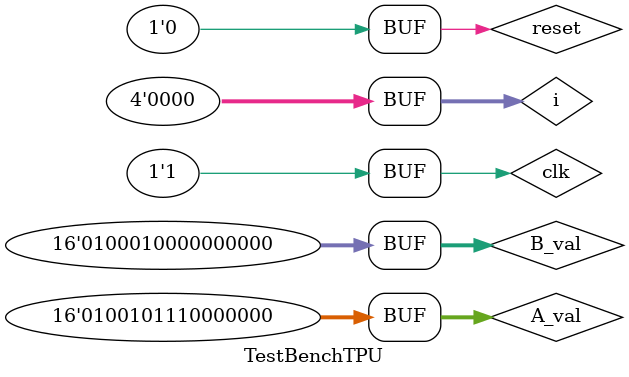
<source format=v>
`timescale 1ns / 1ps


module TestBenchTPU;
    reg reset, clk;
    reg [15:0] A_val, B_val; 
    wire [15:0] C_val;
    wire [3:0] state;
    reg [3:0] i;

ieeeHalfPrecisonMultiplier uut(
    .reset(reset), .clk(clk),
    .A_val(A_val), .B_val(B_val),
    .C_val(C_val), .state(state)
    );   
    
    initial begin 
        reset = 1;
        clk = 0;
        #10;
        clk = 1;
        #10;
        reset = 0;
        
        // testing multiplation.
        A_val = 16'b0100101110000000; // A_val = 15
        B_val = 16'b0100010000000000; // B_val = 4
        // expecting C_val to be 60
        // 0101001110000000
        
        /*
        //testing for zero function
        A_val = 16'b0000000000000000; // A_val = 0
        B_val = 16'b0100100000000000; // B_val = 8
        // expecting C_val to be 0
        // 0000000000000000
        */
        
        for (i = 0; i < 16; i = i + 1) begin 
            clk = clk + 1'b1;
            #10;
        end
    end 

endmodule

</source>
